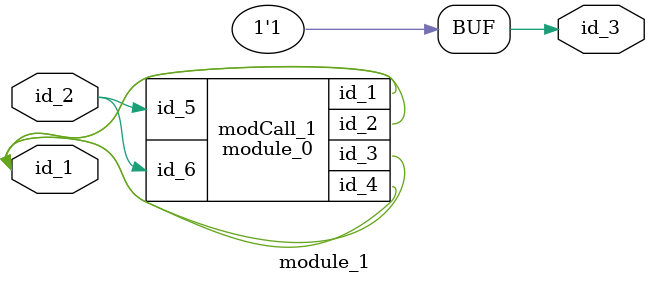
<source format=v>
module module_0 (
    id_1,
    id_2,
    id_3,
    id_4,
    id_5,
    id_6
);
  input wire id_6;
  input wire id_5;
  output wire id_4;
  inout wire id_3;
  output wire id_2;
  output wire id_1;
  assign id_4 = -1;
  assign id_1 = -1;
  assign id_2 = id_5;
  wand id_7 = -1;
  assign id_3 = 1;
  `define pp_8 0
  assign module_1.id_3 = 0;
endmodule
module module_1 (
    id_1,
    id_2,
    id_3
);
  output wire id_3;
  input wire id_2;
  inout wire id_1;
  always id_3 <= 1;
  module_0 modCall_1 (
      id_1,
      id_1,
      id_1,
      id_1,
      id_2,
      id_2
  );
endmodule

</source>
